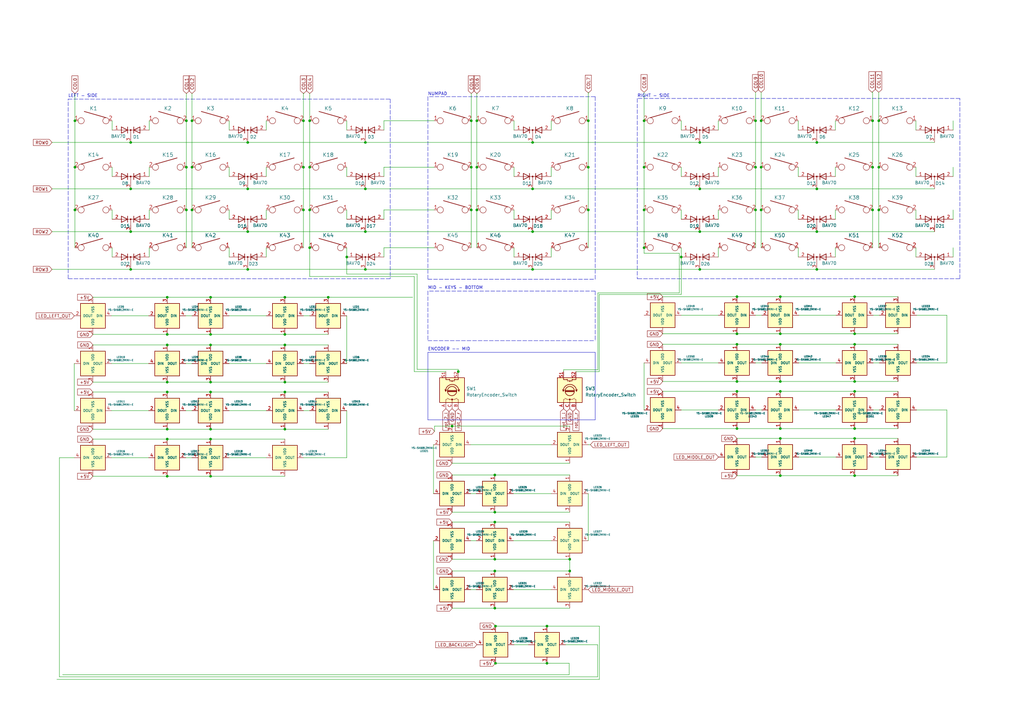
<source format=kicad_sch>
(kicad_sch (version 20230121) (generator eeschema)
  (paper "A3")
  (junction (at 350.52 136.906))
  (junction (at 124.46 68.58))
  (junction (at 312.166 68.58))
  (junction (at 241.3 68.58))
  (junction (at 218.44 77.47))
  (junction (at 116.84 176.022))
  (junction (at 202.946 214.122))
  (junction (at 224.3328 272.034))
  (junction (at 357.886 68.58))
  (junction (at 86.36 180.086))
  (junction (at 320.04 141.224))
  (junction (at 302.26 160.528))
  (junction (at 116.84 141.478))
  (junction (at 142.24 105.41))
  (junction (at 202.946 234.188))
  (junction (at 350.52 141.224))
  (junction (at 78.74 68.58))
  (junction (at 302.26 156.464))
  (junction (at 149.86 110.49))
  (junction (at 312.166 86.106))
  (junction (at 68.58 141.478))
  (junction (at 335.026 110.49))
  (junction (at 309.88 49.53))
  (junction (at 287.02 58.42))
  (junction (at 357.886 49.53))
  (junction (at 320.04 195.072))
  (junction (at 193.294 49.53))
  (junction (at 360.426 86.106))
  (junction (at 53.594 110.49))
  (junction (at 350.52 160.528))
  (junction (at 86.36 156.718))
  (junction (at 350.52 121.666))
  (junction (at 264.16 68.58))
  (junction (at 195.58 49.53))
  (junction (at 101.6 94.996))
  (junction (at 264.16 101.6))
  (junction (at 86.36 176.022))
  (junction (at 68.58 176.022))
  (junction (at 302.26 121.666))
  (junction (at 30.734 86.106))
  (junction (at 86.36 137.16))
  (junction (at 287.02 77.47))
  (junction (at 116.84 137.16))
  (junction (at 320.04 136.906))
  (junction (at 116.84 160.782))
  (junction (at 127 86.106))
  (junction (at 127 49.53))
  (junction (at 309.88 68.58))
  (junction (at 149.86 58.42))
  (junction (at 53.594 94.996))
  (junction (at 218.44 110.49))
  (junction (at 86.36 121.92))
  (junction (at 86.36 195.326))
  (junction (at 68.58 195.326))
  (junction (at 203.2254 256.794))
  (junction (at 350.52 175.768))
  (junction (at 312.166 49.53))
  (junction (at 335.026 58.42))
  (junction (at 241.3 49.53))
  (junction (at 320.04 175.768))
  (junction (at 187.96 152.4))
  (junction (at 78.74 49.53))
  (junction (at 68.58 156.718))
  (junction (at 127 101.6))
  (junction (at 30.734 49.53))
  (junction (at 149.86 77.47))
  (junction (at 86.36 141.478))
  (junction (at 149.86 94.996))
  (junction (at 335.026 77.47))
  (junction (at 309.88 86.106))
  (junction (at 357.886 86.106))
  (junction (at 202.946 210.058))
  (junction (at 241.3 86.106))
  (junction (at 302.26 175.768))
  (junction (at 320.04 179.832))
  (junction (at 264.16 86.106))
  (junction (at 53.594 77.47))
  (junction (at 202.946 194.818))
  (junction (at 320.04 160.528))
  (junction (at 101.6 110.49))
  (junction (at 76.454 68.58))
  (junction (at 127 68.58))
  (junction (at 360.426 68.58))
  (junction (at 68.58 137.16))
  (junction (at 279.4 105.41))
  (junction (at 287.02 94.996))
  (junction (at 224.3328 256.794))
  (junction (at 302.26 136.906))
  (junction (at 134.62 121.92))
  (junction (at 76.454 49.53))
  (junction (at 78.74 86.106))
  (junction (at 350.52 179.832))
  (junction (at 287.02 110.49))
  (junction (at 203.2254 272.034))
  (junction (at 360.426 49.53))
  (junction (at 350.52 195.072))
  (junction (at 53.594 58.42))
  (junction (at 320.04 121.666))
  (junction (at 233.68 234.188))
  (junction (at 124.46 49.53))
  (junction (at 302.26 141.224))
  (junction (at 193.294 86.106))
  (junction (at 116.84 121.92))
  (junction (at 320.04 156.464))
  (junction (at 101.6 58.42))
  (junction (at 68.58 180.086))
  (junction (at 264.16 49.53))
  (junction (at 68.58 121.92))
  (junction (at 101.6 77.47))
  (junction (at 202.946 229.362))
  (junction (at 124.46 86.106))
  (junction (at 86.36 160.782))
  (junction (at 218.44 94.996))
  (junction (at 116.84 156.718))
  (junction (at 68.58 160.782))
  (junction (at 195.58 86.106))
  (junction (at 335.026 94.996))
  (junction (at 218.44 58.42))
  (junction (at 193.294 68.58))
  (junction (at 185.42 174.752))
  (junction (at 30.734 68.58))
  (junction (at 76.454 86.106))
  (junction (at 202.946 249.428))
  (junction (at 195.58 68.58))
  (junction (at 233.68 229.362))
  (junction (at 350.52 156.464))
  (wire (pts (xy 142.24 112.395) (xy 142.24 105.41)))
  (wire (pts (xy 109.22 101.6) (xy 109.22 105.41)))
  (wire (pts (xy 302.26 156.464) (xy 320.04 156.464)))
  (polyline (pts (xy 393.7 114.3) (xy 393.7 40.386)) (stroke (width 0) (type dash)))
  (wire (pts (xy 271.78 160.528) (xy 302.26 160.528)))
  (wire (pts (xy 24.384 187.706) (xy 30.48 187.706)))
  (wire (pts (xy 76.2 149.098) (xy 78.74 149.098)))
  (wire (pts (xy 101.6 77.47) (xy 149.86 77.47)))
  (wire (pts (xy 109.22 86.106) (xy 109.22 89.916)))
  (wire (pts (xy 271.78 136.906) (xy 302.26 136.906)))
  (polyline (pts (xy 175.514 144.526) (xy 175.514 172.212)))
  (wire (pts (xy 320.04 175.768) (xy 350.52 175.768)))
  (wire (pts (xy 388.366 168.148) (xy 375.92 168.148)))
  (wire (pts (xy 312.166 49.53) (xy 312.166 68.58)))
  (wire (pts (xy 236.22 152.4) (xy 245.745 152.4)))
  (wire (pts (xy 226.06 49.53) (xy 226.06 53.34)))
  (wire (pts (xy 350.52 195.072) (xy 368.3 195.072)))
  (wire (pts (xy 38.1 180.086) (xy 68.58 180.086)))
  (wire (pts (xy 45.72 149.098) (xy 60.96 149.098)))
  (wire (pts (xy 45.72 187.706) (xy 60.96 187.706)))
  (wire (pts (xy 279.4 148.844) (xy 294.64 148.844)))
  (wire (pts (xy 109.22 68.58) (xy 109.22 72.39)))
  (wire (pts (xy 61.214 86.106) (xy 61.214 89.916)))
  (wire (pts (xy 127 68.58) (xy 127 86.106)))
  (wire (pts (xy 309.88 86.106) (xy 309.88 101.6)))
  (wire (pts (xy 157.48 49.53) (xy 157.48 53.34)))
  (wire (pts (xy 350.52 136.906) (xy 368.3 136.906)))
  (wire (pts (xy 124.46 101.6) (xy 124.46 86.106)))
  (wire (pts (xy 38.1 176.022) (xy 68.58 176.022)))
  (wire (pts (xy 375.92 187.452) (xy 388.366 187.452)))
  (wire (pts (xy 210.82 68.58) (xy 210.82 72.39)))
  (wire (pts (xy 390.906 101.6) (xy 390.906 105.41)))
  (wire (pts (xy 93.98 168.402) (xy 109.22 168.402)))
  (wire (pts (xy 68.58 156.718) (xy 86.36 156.718)))
  (wire (pts (xy 38.1 121.92) (xy 68.58 121.92)))
  (wire (pts (xy 68.58 176.022) (xy 86.36 176.022)))
  (polyline (pts (xy 175.514 39.624) (xy 175.514 114.554)) (stroke (width 0) (type dash)))
  (wire (pts (xy 327.66 148.844) (xy 342.9 148.844)))
  (wire (pts (xy 390.906 86.106) (xy 390.906 89.916)))
  (wire (pts (xy 327.406 68.58) (xy 327.406 72.39)))
  (wire (pts (xy 78.74 49.53) (xy 78.74 38.354)))
  (wire (pts (xy 357.886 49.53) (xy 357.886 37.846)))
  (wire (pts (xy 358.14 148.844) (xy 360.68 148.844)))
  (wire (pts (xy 193.04 182.372) (xy 226.06 182.372)))
  (wire (pts (xy 294.64 86.106) (xy 294.64 89.916)))
  (wire (pts (xy 93.98 68.58) (xy 93.98 72.39)))
  (wire (pts (xy 294.64 68.58) (xy 294.64 72.39)))
  (wire (pts (xy 193.04 241.808) (xy 195.326 241.808)))
  (wire (pts (xy 124.46 149.098) (xy 127 149.098)))
  (wire (pts (xy 320.04 121.666) (xy 350.52 121.666)))
  (wire (pts (xy 210.82 49.53) (xy 210.82 53.34)))
  (wire (pts (xy 177.8 221.742) (xy 177.8 241.808)))
  (wire (pts (xy 169.926 113.411) (xy 169.926 152.4)))
  (polyline (pts (xy 244.094 119.38) (xy 175.514 119.38)) (stroke (width 0) (type dash)))
  (wire (pts (xy 76.2 168.402) (xy 78.74 168.402)))
  (wire (pts (xy 358.14 187.452) (xy 360.68 187.452)))
  (wire (pts (xy 350.52 141.224) (xy 368.3 141.224)))
  (wire (pts (xy 53.594 77.47) (xy 101.6 77.47)))
  (wire (pts (xy 350.52 121.666) (xy 368.3 121.666)))
  (wire (pts (xy 86.36 137.16) (xy 116.84 137.16)))
  (wire (pts (xy 271.78 141.224) (xy 302.26 141.224)))
  (wire (pts (xy 375.666 101.6) (xy 375.666 105.41)))
  (wire (pts (xy 177.8 182.372) (xy 177.8 202.438)))
  (wire (pts (xy 278.638 103.886) (xy 264.16 103.886)))
  (wire (pts (xy 218.44 110.49) (xy 287.02 110.49)))
  (wire (pts (xy 45.72 168.402) (xy 60.96 168.402)))
  (wire (pts (xy 202.946 194.818) (xy 185.42 194.818)))
  (wire (pts (xy 202.946 229.362) (xy 233.68 229.362)))
  (wire (pts (xy 210.82 86.106) (xy 210.82 89.916)))
  (wire (pts (xy 390.906 49.53) (xy 390.906 53.34)))
  (wire (pts (xy 233.68 229.362) (xy 233.68 234.188)))
  (wire (pts (xy 185.42 234.188) (xy 202.946 234.188)))
  (wire (pts (xy 279.4 168.148) (xy 294.64 168.148)))
  (wire (pts (xy 185.42 249.428) (xy 202.946 249.428)))
  (wire (pts (xy 195.58 49.53) (xy 195.58 38.354)))
  (wire (pts (xy 193.294 68.58) (xy 193.294 86.106)))
  (wire (pts (xy 76.454 49.53) (xy 76.454 38.354)))
  (wire (pts (xy 93.98 49.53) (xy 93.98 53.34)))
  (wire (pts (xy 157.48 101.6) (xy 157.48 105.41)))
  (wire (pts (xy 142.24 101.6) (xy 142.24 105.41)))
  (wire (pts (xy 245.745 152.4) (xy 245.745 120.777)))
  (wire (pts (xy 116.84 121.92) (xy 134.62 121.92)))
  (wire (pts (xy 360.426 68.58) (xy 360.426 86.106)))
  (wire (pts (xy 218.44 58.42) (xy 287.02 58.42)))
  (wire (pts (xy 287.02 58.42) (xy 335.026 58.42)))
  (wire (pts (xy 327.406 49.53) (xy 327.406 53.34)))
  (wire (pts (xy 309.88 68.58) (xy 309.88 86.106)))
  (wire (pts (xy 124.46 49.53) (xy 124.46 38.354)))
  (wire (pts (xy 193.294 49.53) (xy 193.294 68.58)))
  (wire (pts (xy 312.166 37.846) (xy 312.166 49.53)))
  (wire (pts (xy 68.58 121.92) (xy 86.36 121.92)))
  (wire (pts (xy 157.48 86.106) (xy 157.48 89.916)))
  (wire (pts (xy 302.26 195.072) (xy 320.04 195.072)))
  (wire (pts (xy 202.946 249.428) (xy 233.68 249.428)))
  (wire (pts (xy 224.3328 272.034) (xy 233.426 272.034)))
  (wire (pts (xy 245.745 120.777) (xy 279.4 120.777)))
  (wire (pts (xy 226.06 86.106) (xy 226.06 89.916)))
  (wire (pts (xy 302.26 136.906) (xy 320.04 136.906)))
  (wire (pts (xy 210.8454 264.414) (xy 216.7128 264.414)))
  (wire (pts (xy 86.36 160.782) (xy 116.84 160.782)))
  (wire (pts (xy 302.26 175.768) (xy 320.04 175.768)))
  (polyline (pts (xy 175.514 144.526) (xy 244.094 144.526)))
  (wire (pts (xy 185.42 214.122) (xy 202.946 214.122)))
  (wire (pts (xy 187.96 151.511) (xy 171.069 151.511)))
  (wire (pts (xy 68.58 137.16) (xy 86.36 137.16)))
  (wire (pts (xy 375.666 86.106) (xy 375.666 89.916)))
  (wire (pts (xy 390.906 68.58) (xy 390.906 72.39)))
  (wire (pts (xy 271.78 156.464) (xy 302.26 156.464)))
  (wire (pts (xy 93.98 101.6) (xy 93.98 105.41)))
  (wire (pts (xy 309.88 187.452) (xy 312.42 187.452)))
  (wire (pts (xy 127 86.106) (xy 127 101.6)))
  (wire (pts (xy 53.594 110.49) (xy 101.6 110.49)))
  (wire (pts (xy 127 38.354) (xy 127 49.53)))
  (wire (pts (xy 287.02 110.49) (xy 335.026 110.49)))
  (polyline (pts (xy 261.366 114.3) (xy 261.62 114.3)))
  (wire (pts (xy 358.14 129.286) (xy 360.68 129.286)))
  (wire (pts (xy 357.886 68.58) (xy 357.886 49.53)))
  (wire (pts (xy 335.026 58.42) (xy 383.286 58.42)))
  (wire (pts (xy 264.16 68.58) (xy 264.16 86.106)))
  (wire (pts (xy 224.3328 256.794) (xy 245.8516 256.794)))
  (wire (pts (xy 101.6 110.49) (xy 149.86 110.49)))
  (wire (pts (xy 142.24 187.706) (xy 142.24 168.402)))
  (wire (pts (xy 335.026 77.47) (xy 383.286 77.47)))
  (wire (pts (xy 218.44 77.47) (xy 287.02 77.47)))
  (wire (pts (xy 210.82 101.6) (xy 210.82 105.41)))
  (wire (pts (xy 124.46 68.58) (xy 124.46 49.53)))
  (wire (pts (xy 142.24 68.58) (xy 142.24 72.39)))
  (wire (pts (xy 245.8516 256.794) (xy 245.8516 278.6614)))
  (wire (pts (xy 375.666 49.53) (xy 375.666 53.34)))
  (wire (pts (xy 30.734 68.58) (xy 30.734 86.106)))
  (wire (pts (xy 287.02 77.47) (xy 335.026 77.47)))
  (wire (pts (xy 264.16 49.53) (xy 264.16 68.58)))
  (polyline (pts (xy 175.514 114.554) (xy 244.094 114.554)) (stroke (width 0) (type dash)))
  (wire (pts (xy 226.06 101.6) (xy 226.06 105.41)))
  (wire (pts (xy 53.594 94.996) (xy 101.6 94.996)))
  (wire (pts (xy 195.58 86.106) (xy 195.58 68.58)))
  (wire (pts (xy 327.66 187.452) (xy 342.9 187.452)))
  (wire (pts (xy 45.974 86.106) (xy 45.974 89.916)))
  (wire (pts (xy 116.84 160.782) (xy 134.62 160.782)))
  (wire (pts (xy 279.4 105.41) (xy 279.4 120.777)))
  (wire (pts (xy 226.06 68.58) (xy 226.06 72.39)))
  (polyline (pts (xy 244.094 144.526) (xy 244.094 172.212)))
  (wire (pts (xy 149.86 94.996) (xy 218.44 94.996)))
  (wire (pts (xy 157.48 68.58) (xy 157.48 72.39)))
  (wire (pts (xy 68.58 160.782) (xy 86.36 160.782)))
  (wire (pts (xy 195.58 101.6) (xy 195.58 86.106)))
  (wire (pts (xy 245.237 151.638) (xy 245.237 120.142)))
  (wire (pts (xy 21.336 58.42) (xy 53.594 58.42)))
  (wire (pts (xy 279.4 68.58) (xy 279.4 72.39)))
  (wire (pts (xy 76.454 68.58) (xy 76.454 49.53)))
  (polyline (pts (xy 175.514 119.38) (xy 175.514 139.7)) (stroke (width 0) (type dash)))
  (wire (pts (xy 193.04 202.438) (xy 195.326 202.438)))
  (polyline (pts (xy 261.62 114.3) (xy 393.7 114.3)) (stroke (width 0) (type dash)))
  (wire (pts (xy 342.646 101.6) (xy 342.646 105.41)))
  (wire (pts (xy 203.2254 272.034) (xy 224.3328 272.034)))
  (wire (pts (xy 127 101.6) (xy 127 113.411)))
  (wire (pts (xy 157.48 101.6) (xy 178.054 101.6)))
  (wire (pts (xy 61.214 49.53) (xy 61.214 53.34)))
  (wire (pts (xy 320.04 141.224) (xy 350.52 141.224)))
  (wire (pts (xy 342.646 68.58) (xy 342.646 72.39)))
  (wire (pts (xy 302.26 121.666) (xy 320.04 121.666)))
  (wire (pts (xy 231.14 151.638) (xy 245.237 151.638)))
  (wire (pts (xy 202.946 210.058) (xy 233.68 210.058)))
  (wire (pts (xy 287.02 94.996) (xy 335.026 94.996)))
  (wire (pts (xy 24.384 277.622) (xy 24.384 187.706)))
  (wire (pts (xy 350.52 156.464) (xy 368.3 156.464)))
  (wire (pts (xy 187.96 152.4) (xy 187.96 152.527)))
  (wire (pts (xy 116.84 156.718) (xy 134.62 156.718)))
  (wire (pts (xy 312.166 86.106) (xy 312.166 101.6)))
  (wire (pts (xy 320.04 156.464) (xy 350.52 156.464)))
  (wire (pts (xy 76.2 187.706) (xy 78.74 187.706)))
  (wire (pts (xy 93.98 187.706) (xy 109.22 187.706)))
  (wire (pts (xy 157.48 86.106) (xy 178.054 86.106)))
  (wire (pts (xy 245.11 277.622) (xy 24.384 277.622)))
  (wire (pts (xy 185.42 189.992) (xy 233.68 189.992)))
  (wire (pts (xy 279.4 86.106) (xy 279.4 89.916)))
  (wire (pts (xy 157.48 68.58) (xy 178.054 68.58)))
  (wire (pts (xy 78.74 68.58) (xy 78.74 49.53)))
  (wire (pts (xy 241.3 38.1) (xy 241.554 38.1)))
  (wire (pts (xy 242.149 182.372) (xy 241.3 182.372)))
  (wire (pts (xy 171.069 151.511) (xy 171.069 112.395)))
  (polyline (pts (xy 244.094 39.624) (xy 244.094 114.554)) (stroke (width 0) (type dash)))
  (wire (pts (xy 245.8516 278.6614) (xy 23.325 278.6614)))
  (wire (pts (xy 116.84 176.022) (xy 134.62 176.022)))
  (wire (pts (xy 375.92 148.844) (xy 388.366 148.844)))
  (wire (pts (xy 309.88 49.53) (xy 309.88 68.58)))
  (wire (pts (xy 279.4 129.286) (xy 294.64 129.286)))
  (wire (pts (xy 68.58 180.086) (xy 86.36 180.086)))
  (wire (pts (xy 335.026 94.996) (xy 383.286 94.996)))
  (wire (pts (xy 86.36 180.086) (xy 116.84 180.086)))
  (wire (pts (xy 294.64 49.53) (xy 294.64 53.34)))
  (wire (pts (xy 178.2188 174.752) (xy 178.2188 176.8996)))
  (wire (pts (xy 171.069 112.395) (xy 142.24 112.395)))
  (wire (pts (xy 210.566 241.808) (xy 226.06 241.808)))
  (wire (pts (xy 78.74 86.106) (xy 78.74 68.58)))
  (wire (pts (xy 279.4 49.53) (xy 279.4 53.34)))
  (wire (pts (xy 185.42 210.058) (xy 202.946 210.058)))
  (wire (pts (xy 245.11 264.414) (xy 245.11 277.622)))
  (wire (pts (xy 245.237 120.142) (xy 278.638 120.142)))
  (wire (pts (xy 195.58 38.354) (xy 195.834 38.354)))
  (wire (pts (xy 86.36 156.718) (xy 116.84 156.718)))
  (wire (pts (xy 21.336 110.49) (xy 53.594 110.49)))
  (wire (pts (xy 388.366 148.844) (xy 388.366 129.286)))
  (wire (pts (xy 309.88 129.286) (xy 312.42 129.286)))
  (wire (pts (xy 202.946 234.188) (xy 233.68 234.188)))
  (wire (pts (xy 388.366 187.452) (xy 388.366 168.148)))
  (wire (pts (xy 312.166 68.58) (xy 312.166 86.106)))
  (wire (pts (xy 327.66 129.286) (xy 342.9 129.286)))
  (wire (pts (xy 45.974 49.53) (xy 45.974 53.34)))
  (wire (pts (xy 302.26 160.528) (xy 320.04 160.528)))
  (wire (pts (xy 320.04 179.832) (xy 350.52 179.832)))
  (polyline (pts (xy 160.02 114.3) (xy 27.94 114.3)) (stroke (width 0) (type dash)))
  (wire (pts (xy 193.04 221.742) (xy 195.326 221.742)))
  (wire (pts (xy 278.638 120.142) (xy 278.638 103.886)))
  (wire (pts (xy 178.2188 174.752) (xy 185.42 174.752)))
  (wire (pts (xy 76.454 86.106) (xy 76.454 68.58)))
  (wire (pts (xy 45.974 101.6) (xy 45.974 105.41)))
  (wire (pts (xy 357.886 86.106) (xy 357.886 68.58)))
  (wire (pts (xy 241.3 101.6) (xy 241.3 86.106)))
  (wire (pts (xy 127 113.411) (xy 169.926 113.411)))
  (polyline (pts (xy 160.02 40.64) (xy 160.02 114.3)) (stroke (width 0) (type dash)))
  (wire (pts (xy 53.594 58.42) (xy 101.6 58.42)))
  (wire (pts (xy 61.214 101.6) (xy 61.214 105.41)))
  (wire (pts (xy 38.1 137.16) (xy 68.58 137.16)))
  (wire (pts (xy 195.58 68.58) (xy 195.58 49.53)))
  (wire (pts (xy 241.3 86.106) (xy 241.3 68.58)))
  (wire (pts (xy 327.406 86.106) (xy 327.406 89.916)))
  (polyline (pts (xy 244.094 119.38) (xy 244.094 139.7)) (stroke (width 0) (type dash)))
  (wire (pts (xy 202.946 214.122) (xy 233.68 214.122)))
  (wire (pts (xy 169.926 152.4) (xy 182.88 152.4)))
  (wire (pts (xy 38.1 160.782) (xy 68.58 160.782)))
  (wire (pts (xy 86.36 195.326) (xy 116.84 195.326)))
  (wire (pts (xy 327.406 101.6) (xy 327.406 105.41)))
  (wire (pts (xy 149.86 110.49) (xy 218.44 110.49)))
  (wire (pts (xy 350.52 175.768) (xy 368.3 175.768)))
  (wire (pts (xy 360.426 49.53) (xy 360.426 68.58)))
  (wire (pts (xy 320.04 136.906) (xy 350.52 136.906)))
  (wire (pts (xy 124.46 38.354) (xy 124.714 38.354)))
  (wire (pts (xy 342.646 86.106) (xy 342.646 89.916)))
  (wire (pts (xy 218.44 94.996) (xy 287.02 94.996)))
  (wire (pts (xy 327.66 168.148) (xy 342.9 168.148)))
  (wire (pts (xy 76.2 129.54) (xy 78.74 129.54)))
  (wire (pts (xy 309.88 37.846) (xy 309.88 49.53)))
  (wire (pts (xy 231.9528 264.414) (xy 245.11 264.414)))
  (wire (pts (xy 357.886 101.6) (xy 357.886 86.106)))
  (wire (pts (xy 342.646 49.53) (xy 342.646 53.34)))
  (wire (pts (xy 142.24 129.54) (xy 142.24 149.098)))
  (wire (pts (xy 264.16 148.844) (xy 264.16 168.148)))
  (wire (pts (xy 233.426 272.034) (xy 233.426 276.7374)))
  (wire (pts (xy 124.46 168.402) (xy 127 168.402)))
  (wire (pts (xy 264.16 86.106) (xy 264.16 101.6)))
  (wire (pts (xy 210.566 221.742) (xy 226.06 221.742)))
  (wire (pts (xy 309.88 148.844) (xy 312.42 148.844)))
  (wire (pts (xy 38.1 195.326) (xy 68.58 195.326)))
  (wire (pts (xy 38.1 141.478) (xy 68.58 141.478)))
  (wire (pts (xy 86.36 141.478) (xy 116.84 141.478)))
  (wire (pts (xy 203.2 272.034) (xy 203.2254 272.034)))
  (wire (pts (xy 279.4 101.6) (xy 279.4 105.41)))
  (polyline (pts (xy 244.094 172.212) (xy 175.514 172.212)))
  (polyline (pts (xy 244.094 39.624) (xy 175.514 39.624)) (stroke (width 0) (type dash)))
  (wire (pts (xy 86.36 176.022) (xy 116.84 176.022)))
  (wire (pts (xy 30.734 49.53) (xy 30.734 68.58)))
  (wire (pts (xy 45.72 129.54) (xy 60.96 129.54)))
  (polyline (pts (xy 261.366 40.386) (xy 261.366 114.3)) (stroke (width 0) (type dash)))
  (polyline (pts (xy 27.94 114.3) (xy 27.94 40.64)) (stroke (width 0) (type dash)))
  (wire (pts (xy 149.86 77.47) (xy 218.44 77.47)))
  (wire (pts (xy 157.48 49.53) (xy 178.054 49.53)))
  (wire (pts (xy 101.6 94.996) (xy 149.86 94.996)))
  (wire (pts (xy 241.3 202.438) (xy 241.3 221.742)))
  (wire (pts (xy 109.22 49.53) (xy 109.22 53.34)))
  (wire (pts (xy 360.426 86.106) (xy 360.426 101.6)))
  (polyline (pts (xy 27.94 40.64) (xy 160.02 40.64)) (stroke (width 0) (type dash)))
  (wire (pts (xy 61.214 68.58) (xy 61.214 72.39)))
  (wire (pts (xy 335.026 110.49) (xy 383.286 110.49)))
  (wire (pts (xy 271.78 175.768) (xy 302.26 175.768)))
  (wire (pts (xy 21.336 77.47) (xy 53.594 77.47)))
  (wire (pts (xy 101.6 58.42) (xy 149.86 58.42)))
  (wire (pts (xy 76.454 101.6) (xy 76.454 86.106)))
  (wire (pts (xy 127 49.53) (xy 127 68.58)))
  (wire (pts (xy 93.98 149.098) (xy 109.22 149.098)))
  (wire (pts (xy 38.1 156.718) (xy 68.58 156.718)))
  (wire (pts (xy 185.42 229.362) (xy 202.946 229.362)))
  (wire (pts (xy 309.88 168.148) (xy 312.42 168.148)))
  (wire (pts (xy 193.294 38.354) (xy 193.294 49.53)))
  (wire (pts (xy 124.46 86.106) (xy 124.46 68.58)))
  (wire (pts (xy 116.84 137.16) (xy 134.62 137.16)))
  (wire (pts (xy 231.14 152.4) (xy 231.14 151.638)))
  (wire (pts (xy 360.426 37.846) (xy 360.426 49.53)))
  (wire (pts (xy 203.2 256.794) (xy 203.2254 256.794)))
  (wire (pts (xy 86.36 121.92) (xy 116.84 121.92)))
  (wire (pts (xy 142.24 49.53) (xy 142.24 53.34)))
  (wire (pts (xy 124.46 187.706) (xy 142.24 187.706)))
  (wire (pts (xy 30.48 149.098) (xy 30.48 168.402)))
  (wire (pts (xy 30.734 86.106) (xy 30.734 101.6)))
  (wire (pts (xy 203.2254 256.794) (xy 224.3328 256.794)))
  (wire (pts (xy 149.86 58.42) (xy 218.44 58.42)))
  (wire (pts (xy 320.04 160.528) (xy 350.52 160.528)))
  (wire (pts (xy 142.24 86.106) (xy 142.24 89.916)))
  (wire (pts (xy 93.98 86.106) (xy 93.98 89.916)))
  (polyline (pts (xy 175.514 139.7) (xy 244.094 139.7)) (stroke (width 0) (type dash)))
  (wire (pts (xy 78.74 101.6) (xy 78.74 86.106)))
  (wire (pts (xy 358.14 168.148) (xy 360.68 168.148)))
  (wire (pts (xy 241.3 68.58) (xy 241.3 49.53)))
  (wire (pts (xy 357.886 37.846) (xy 357.632 37.846)))
  (wire (pts (xy 187.96 151.511) (xy 187.96 152.4)))
  (wire (pts (xy 45.974 68.58) (xy 45.974 72.39)))
  (wire (pts (xy 241.3 49.53) (xy 241.3 38.1)))
  (wire (pts (xy 210.566 202.438) (xy 226.06 202.438)))
  (wire (pts (xy 388.366 129.286) (xy 375.92 129.286)))
  (wire (pts (xy 124.46 129.54) (xy 127 129.54)))
  (wire (pts (xy 21.336 94.996) (xy 53.594 94.996)))
  (wire (pts (xy 302.26 179.832) (xy 320.04 179.832)))
  (wire (pts (xy 185.42 174.752) (xy 233.68 174.752)))
  (wire (pts (xy 116.84 141.478) (xy 134.62 141.478)))
  (wire (pts (xy 233.426 276.7374) (xy 25.6542 276.7374)))
  (wire (pts (xy 93.98 129.54) (xy 109.22 129.54)))
  (wire (pts (xy 320.04 195.072) (xy 350.52 195.072)))
  (wire (pts (xy 350.52 160.528) (xy 368.3 160.528)))
  (wire (pts (xy 271.78 121.666) (xy 302.26 121.666)))
  (wire (pts (xy 294.64 101.6) (xy 294.64 105.41)))
  (wire (pts (xy 264.16 37.846) (xy 264.16 49.53)))
  (wire (pts (xy 193.294 86.106) (xy 193.294 101.6)))
  (polyline (pts (xy 393.7 40.386) (xy 261.366 40.386)) (stroke (width 0) (type dash)))
  (wire (pts (xy 202.946 194.818) (xy 233.68 194.818)))
  (wire (pts (xy 134.62 121.92) (xy 169.2664 121.92)))
  (wire (pts (xy 30.734 38.354) (xy 30.734 49.53)))
  (wire (pts (xy 264.16 103.886) (xy 264.16 101.6)))
  (wire (pts (xy 68.58 195.326) (xy 86.36 195.326)))
  (wire (pts (xy 302.26 141.224) (xy 320.04 141.224)))
  (wire (pts (xy 375.666 68.58) (xy 375.666 72.39)))
  (wire (pts (xy 68.58 141.478) (xy 86.36 141.478)))
  (wire (pts (xy 350.52 179.832) (xy 368.3 179.832)))
  (text "MID - KEYS - BOTTOM" (at 175.514 118.872 0) (effects (font (size 1.27 1.27)) (justify left bottom)))
  (text "LEFT - SIDE" (at 27.94 40.132 0) (effects (font (size 1.27 1.27)) (justify left bottom)))
  (text "ENCODER -- MID \n" (at 175.514 144.018 0) (effects (font (size 1.27 1.27)) (justify left bottom)))
  (text "NUMPAD" (at 175.514 39.37 0) (effects (font (size 1.27 1.27)) (justify left bottom)))
  (text "RIGHT - SIDE" (at 261.366 40.132 0) (effects (font (size 1.27 1.27)) (justify left bottom)))
  (global_label "GND" (shape input) (at 38.1 137.16 180) (property "Intersheetrefs" "${INTERSHEET_REFS}" (effects hide)))
  (global_label "+5V" (shape input) (at 38.1 156.718 180) (property "Intersheetrefs" "${INTERSHEET_REFS}" (effects hide)))
  (global_label "ROW0" (shape input) (at 21.336 58.42 180) (property "Intersheetrefs" "${INTERSHEET_REFS}" (effects hide)))
  (global_label "LED_MIDDLE_OUT" (shape input) (at 241.3 241.808 0) (property "Intersheetrefs" "${INTERSHEET_REFS}" (effects hide)))
  (global_label "+5V" (shape input) (at 178.2188 176.8996 180) (property "Intersheetrefs" "${INTERSHEET_REFS}" (effects hide)))
  (global_label "GND" (shape input) (at 38.1 176.022 180) (property "Intersheetrefs" "${INTERSHEET_REFS}" (effects hide)))
  (global_label "GND" (shape input) (at 185.5065 194.818 180) (property "Intersheetrefs" "${INTERSHEET_REFS}" (effects hide)))
  (global_label "GND" (shape input) (at 271.78 136.906 180) (property "Intersheetrefs" "${INTERSHEET_REFS}" (effects hide)))
  (global_label "GND" (shape input) (at 38.1254 141.478 180) (property "Intersheetrefs" "${INTERSHEET_REFS}" (effects hide)))
  (global_label "GND" (shape input) (at 271.8164 141.224 180) (property "Intersheetrefs" "${INTERSHEET_REFS}" (effects hide)))
  (global_label "ROW2" (shape input) (at 21.336 94.996 180) (property "Intersheetrefs" "${INTERSHEET_REFS}" (effects hide)))
  (global_label "rot_2_r" (shape input) (at 187.96 167.64 270) (property "Intersheetrefs" "${INTERSHEET_REFS}" (effects hide)))
  (global_label "+5V" (shape input) (at 185.42 214.122 180) (property "Intersheetrefs" "${INTERSHEET_REFS}" (effects hide)))
  (global_label "GND" (shape input) (at 185.42 229.362 180) (property "Intersheetrefs" "${INTERSHEET_REFS}" (effects hide)))
  (global_label "COL9" (shape input) (at 309.88 37.846 90) (property "Intersheetrefs" "${INTERSHEET_REFS}" (effects hide)))
  (global_label "COL2" (shape input) (at 78.74 38.354 90) (property "Intersheetrefs" "${INTERSHEET_REFS}" (effects hide)))
  (global_label "GND" (shape input) (at 203.2 256.794 180) (property "Intersheetrefs" "${INTERSHEET_REFS}" (effects hide)))
  (global_label "+5V" (shape input) (at 271.791 156.464 180) (property "Intersheetrefs" "${INTERSHEET_REFS}" (effects hide)))
  (global_label "+5V" (shape input) (at 271.78 160.528 180) (property "Intersheetrefs" "${INTERSHEET_REFS}" (effects hide)))
  (global_label "COL1" (shape input) (at 76.454 38.354 90) (property "Intersheetrefs" "${INTERSHEET_REFS}" (effects hide)))
  (global_label "COL6" (shape input) (at 195.58 38.354 90) (property "Intersheetrefs" "${INTERSHEET_REFS}" (effects hide)))
  (global_label "COL7" (shape input) (at 241.3 38.1 90) (property "Intersheetrefs" "${INTERSHEET_REFS}" (effects hide)))
  (global_label "LED_BACKLIGHT" (shape input) (at 195.6054 264.414 180) (property "Intersheetrefs" "${INTERSHEET_REFS}" (effects hide)))
  (global_label "rot_1_l" (shape input) (at 231.14 167.64 270) (property "Intersheetrefs" "${INTERSHEET_REFS}" (effects hide)))
  (global_label "+5V" (shape input) (at 203.2 272.034 180) (property "Intersheetrefs" "${INTERSHEET_REFS}" (effects hide)))
  (global_label "GND" (shape input) (at 38.1254 180.086 180) (property "Intersheetrefs" "${INTERSHEET_REFS}" (effects hide)))
  (global_label "GND" (shape input) (at 185.42 189.992 180) (property "Intersheetrefs" "${INTERSHEET_REFS}" (effects hide)))
  (global_label "ROW3" (shape input) (at 21.336 110.49 180) (property "Intersheetrefs" "${INTERSHEET_REFS}" (effects hide)))
  (global_label "+5V" (shape input) (at 38.1 195.326 180) (property "Intersheetrefs" "${INTERSHEET_REFS}" (effects hide)))
  (global_label "GND" (shape input) (at 185.5425 234.188 180) (property "Intersheetrefs" "${INTERSHEET_REFS}" (effects hide)))
  (global_label "rot_2_l" (shape input) (at 182.88 167.64 270) (property "Intersheetrefs" "${INTERSHEET_REFS}" (effects hide)))
  (global_label "LED_LEFT_OUT" (shape input) (at 242.149 182.372 0) (property "Intersheetrefs" "${INTERSHEET_REFS}" (effects hide)))
  (global_label "COL10" (shape input) (at 312.166 37.846 90) (property "Intersheetrefs" "${INTERSHEET_REFS}" (effects hide)))
  (global_label "LED_LEFT_OUT" (shape input) (at 30.48 129.54 180) (property "Intersheetrefs" "${INTERSHEET_REFS}" (effects hide)))
  (global_label "GND" (shape input) (at 271.78 175.768 180) (property "Intersheetrefs" "${INTERSHEET_REFS}" (effects hide)))
  (global_label "LED_MIDDLE_OUT" (shape input) (at 294.64 187.452 180) (property "Intersheetrefs" "${INTERSHEET_REFS}" (effects hide)))
  (global_label "COL5" (shape input) (at 193.294 38.354 90) (property "Intersheetrefs" "${INTERSHEET_REFS}" (effects hide)))
  (global_label "COL0" (shape input) (at 30.734 38.354 90) (property "Intersheetrefs" "${INTERSHEET_REFS}" (effects hide)))
  (global_label "+5V" (shape input) (at 302.26 195.072 180) (property "Intersheetrefs" "${INTERSHEET_REFS}" (effects hide)))
  (global_label "COL12" (shape input) (at 360.426 37.846 90) (property "Intersheetrefs" "${INTERSHEET_REFS}" (effects hide)))
  (global_label "COL8" (shape input) (at 264.16 37.846 90) (property "Intersheetrefs" "${INTERSHEET_REFS}" (effects hide)))
  (global_label "rot_1_r" (shape input) (at 236.22 167.64 270) (property "Intersheetrefs" "${INTERSHEET_REFS}" (effects hide)))
  (global_label "COL3" (shape input) (at 124.46 38.354 90) (property "Intersheetrefs" "${INTERSHEET_REFS}" (effects hide)))
  (global_label "GND" (shape input) (at 233.68 167.64 270) (property "Intersheetrefs" "${INTERSHEET_REFS}" (effects hide)))
  (global_label "+5V" (shape input) (at 271.78 121.666 180) (property "Intersheetrefs" "${INTERSHEET_REFS}" (effects hide)))
  (global_label "COL11" (shape input) (at 357.632 37.846 90) (property "Intersheetrefs" "${INTERSHEET_REFS}" (effects hide)))
  (global_label "COL4" (shape input) (at 127 38.354 90) (property "Intersheetrefs" "${INTERSHEET_REFS}" (effects hide)))
  (global_label "ROW1" (shape input) (at 21.336 77.47 180) (property "Intersheetrefs" "${INTERSHEET_REFS}" (effects hide)))
  (global_label "+5V" (shape input) (at 38.1 160.782 180) (property "Intersheetrefs" "${INTERSHEET_REFS}" (effects hide)))
  (global_label "GND" (shape input) (at 185.42 167.64 270) (property "Intersheetrefs" "${INTERSHEET_REFS}" (effects hide)))
  (global_label "+5V" (shape input) (at 38.1 121.92 180) (property "Intersheetrefs" "${INTERSHEET_REFS}" (effects hide)))
  (global_label "+5V" (shape input) (at 185.5171 249.428 180) (property "Intersheetrefs" "${INTERSHEET_REFS}" (effects hide)))
  (global_label "+5V" (shape input) (at 185.4811 210.058 180) (property "Intersheetrefs" "${INTERSHEET_REFS}" (effects hide)))
  (global_label "GND" (shape input) (at 302.26 179.832 180) (property "Intersheetrefs" "${INTERSHEET_REFS}" (effects hide)))
  (symbol (lib_id "cipulot_parts:YS-SK6812MINI-E") (at 302.26 187.452 0) (unit 1)
    (property "Reference" "LED52" (at 313.69 184.8232 0) (effects (font (size 0.7366 0.7366))))
    (property "Value" "YS-SK6812MINI-E" (at 313.69 186.0932 0) (effects (font (size 0.7366 0.7366))))
    (property "Footprint" "marbastlib-mx:LED_MX_6028R" (effects hide))
  )
  (symbol (lib_id "cipulot_parts:YS-SK6812MINI-E") (at 86.36 129.54 180) (unit 1)
    (property "Reference" "LED3" (at 97.79 125.8188 0) (effects (font (size 0.7366 0.7366))))
    (property "Value" "YS-SK6812MINI-E" (at 97.79 127.0888 0) (effects (font (size 0.7366 0.7366))))
    (property "Footprint" "marbastlib-mx:LED_MX_6028R" (effects hide))
  )
  (symbol (lib_id "cipulot_parts:YS-SK6812MINI-E") (at 203.2254 264.414 0) (unit 1)
    (property "Reference" "LED36" (at 214.6554 261.7852 0) (effects (font (size 0.7366 0.7366))))
    (property "Value" "YS-SK6812MINI-E" (at 214.6554 263.0552 0) (effects (font (size 0.7366 0.7366))))
    (property "Footprint" "marbastlib-mx:LED_MX_6028R" (effects hide))
  )
  (symbol (lib_id "cipulot_parts:YS-SK6812MINI-E") (at 271.78 168.148 180) (unit 1)
    (property "Reference" "LED35" (at 260.35 170.7768 0) (effects (font (size 0.7366 0.7366))))
    (property "Value" "YS-SK6812MINI-E" (at 260.35 169.5068 0) (effects (font (size 0.7366 0.7366))))
    (property "Footprint" "marbastlib-mx:LED_MX_6028R" (effects hide))
  )
  (symbol (lib_id "keyboard_parts:KEYSW") (at 86.36 101.6 0) (unit 1)
    (property "Reference" "K42" (at 86.36 96.52 0) (effects (font (size 1.524 1.524))))
    (property "Value" "KEYSW" (effects hide))
    (property "Footprint" "marbastlib-mx:SW_MX_HS_1u_NOREF" (effects hide))
  )
  (symbol (lib_id "keyboard_parts:KEYSW") (at 271.78 49.53 0) (unit 1)
    (property "Reference" "K9" (at 271.78 44.45 0) (effects (font (size 1.524 1.524))))
    (property "Value" "KEYSW" (effects hide))
    (property "Footprint" "marbastlib-mx:SW_MX_HS_1u_NOREF" (effects hide))
  )
  (symbol (lib_id "cipulot_parts:YS-SK6812MINI-E") (at 233.68 221.742 180) (unit 1)
    (property "Reference" "LED27" (at 245.11 218.0208 0) (effects (font (size 0.7366 0.7366))))
    (property "Value" "YS-SK6812MINI-E" (at 245.11 219.2908 0) (effects (font (size 0.7366 0.7366))))
    (property "Footprint" "marbastlib-mx:LED_MX_6028R" (effects hide))
  )
  (symbol (lib_id "cipulot_parts:YS-SK6812MINI-E") (at 38.1 149.098 0) (unit 1)
    (property "Reference" "LED10" (at 49.53 146.4692 0) (effects (font (size 0.7366 0.7366))))
    (property "Value" "YS-SK6812MINI-E" (at 49.53 147.7392 0) (effects (font (size 0.7366 0.7366))))
    (property "Footprint" "marbastlib-mx:LED_MX_6028R" (effects hide))
  )
  (symbol (lib_id "Diode:BAV70") (at 335.026 105.41 0) (mirror y) (unit 1)
    (property "Reference" "D27" (at 332.74 108.204 0))
    (property "Value" "BAV70" (at 340.106 107.95 0))
    (property "Footprint" "Package_TO_SOT_SMD:SOT-23" (effects hide))
    (property "Datasheet" "https://assets.nexperia.com/documents/data-sheet/BAV70_SER.pdf" (effects hide))
  )
  (symbol (lib_id "keyboard_parts:KEYSW") (at 116.84 86.106 0) (unit 1)
    (property "Reference" "K30" (at 116.84 81.026 0) (effects (font (size 1.524 1.524))))
    (property "Value" "KEYSW" (effects hide))
    (property "Footprint" "marbastlib-mx:SW_MX_HS_1u_NOREF" (effects hide))
  )
  (symbol (lib_id "keyboard_parts:KEYSW") (at 86.36 49.53 0) (mirror y) (unit 1)
    (property "Reference" "K3" (at 86.36 44.45 0) (effects (font (size 1.524 1.524))))
    (property "Value" "KEYSW" (effects hide))
    (property "Footprint" "marbastlib-mx:SW_MX_HS_1u_NOREF" (effects hide))
  )
  (symbol (lib_id "cipulot_parts:YS-SK6812MINI-E") (at 320.04 129.286 180) (unit 1)
    (property "Reference" "LED41" (at 331.47 125.5648 0) (effects (font (size 0.7366 0.7366))))
    (property "Value" "YS-SK6812MINI-E" (at 331.47 126.8348 0) (effects (font (size 0.7366 0.7366))))
    (property "Footprint" "marbastlib-mx:LED_MX_6028R" (effects hide))
  )
  (symbol (lib_id "cipulot_parts:YS-SK6812MINI-E") (at 233.68 202.438 0) (unit 1)
    (property "Reference" "LED26" (at 245.11 199.8092 0) (effects (font (size 0.7366 0.7366))))
    (property "Value" "YS-SK6812MINI-E" (at 245.11 201.0792 0) (effects (font (size 0.7366 0.7366))))
    (property "Footprint" "marbastlib-mx:LED_MX_6028R" (effects hide))
  )
  (symbol (lib_id "keyboard_parts:KEYSW") (at 368.046 68.58 0) (mirror y) (unit 1)
    (property "Reference" "K26" (at 368.046 63.5 0) (effects (font (size 1.524 1.524))))
    (property "Value" "KEYSW" (effects hide))
    (property "Footprint" "marbastlib-mx:SW_MX_HS_1u_NOREF" (effects hide))
  )
  (symbol (lib_id "Diode:BAV70") (at 287.02 53.34 0) (unit 1)
    (property "Reference" "D5" (at 289.306 56.134 0))
    (property "Value" "BAV70" (at 281.94 55.88 0))
    (property "Footprint" "Package_TO_SOT_SMD:SOT-23" (effects hide))
    (property "Datasheet" "https://assets.nexperia.com/documents/data-sheet/BAV70_SER.pdf" (effects hide))
  )
  (symbol (lib_id "Diode:BAV70") (at 287.02 72.39 0) (mirror y) (unit 1)
    (property "Reference" "D12" (at 284.734 75.184 0))
    (property "Value" "BAV70" (at 292.1 74.93 0))
    (property "Footprint" "Package_TO_SOT_SMD:SOT-23" (effects hide))
    (property "Datasheet" "https://assets.nexperia.com/documents/data-sheet/BAV70_SER.pdf" (effects hide))
  )
  (symbol (lib_id "keyboard_parts:KEYSW") (at 302.26 101.6 0) (mirror y) (unit 1)
    (property "Reference" "K49" (at 302.26 96.52 0) (effects (font (size 1.524 1.524))))
    (property "Value" "KEYSW" (effects hide))
    (property "Footprint" "marbastlib-mx:SW_MX_HS_1u_NOREF" (effects hide))
  )
  (symbol (lib_id "cipulot_parts:YS-SK6812MINI-E") (at 368.3 187.452 0) (unit 1)
    (property "Reference" "LED40" (at 379.73 184.8232 0) (effects (font (size 0.7366 0.7366))))
    (property "Value" "YS-SK6812MINI-E" (at 379.73 186.0932 0) (effects (font (size 0.7366 0.7366))))
    (property "Footprint" "marbastlib-mx:LED_MX_6028R" (effects hide))
  )
  (symbol (lib_id "Diode:BAV70") (at 53.594 105.41 0) (mirror y) (unit 1)
    (property "Reference" "D22" (at 51.308 108.204 0))
    (property "Value" "BAV70" (at 58.674 107.95 0))
    (property "Footprint" "Package_TO_SOT_SMD:SOT-23" (effects hide))
    (property "Datasheet" "https://assets.nexperia.com/documents/data-sheet/BAV70_SER.pdf" (effects hide))
  )
  (symbol (lib_id "keyboard_parts:KEYSW") (at 68.834 86.106 0) (unit 1)
    (property "Reference" "K28" (at 68.834 81.026 0) (effects (font (size 1.524 1.524))))
    (property "Value" "KEYSW" (effects hide))
    (property "Footprint" "marbastlib-mx:SW_MX_HS_1u_NOREF" (effects hide))
  )
  (symbol (lib_id "cipulot_parts:YS-SK6812MINI-E") (at 202.946 241.808 0) (unit 1)
    (property "Reference" "LED31" (at 214.376 239.1792 0) (effects (font (size 0.7366 0.7366))))
    (property "Value" "YS-SK6812MINI-E" (at 214.376 240.4492 0) (effects (font (size 0.7366 0.7366))))
    (property "Footprint" "marbastlib-mx:LED_MX_6028R" (effects hide))
  )
  (symbol (lib_id "keyboard_parts:KEYSW") (at 116.84 49.53 0) (mirror y) (unit 1)
    (property "Reference" "K4" (at 116.84 44.45 0) (effects (font (size 1.524 1.524))))
    (property "Value" "KEYSW" (effects hide))
    (property "Footprint" "marbastlib-mx:SW_MX_HS_1u_NOREF" (effects hide))
  )
  (symbol (lib_id "keyboard_parts:KEYSW") (at 134.62 86.106 0) (unit 1)
    (property "Reference" "K31" (at 134.62 81.026 0) (effects (font (size 1.524 1.524))))
    (property "Value" "KEYSW" (effects hide))
    (property "Footprint" "marbastlib-mx:SW_MX_HS_1u_NOREF" (effects hide))
  )
  (symbol (lib_id "keyboard_parts:KEYSW") (at 38.354 86.106 0) (unit 1)
    (property "Reference" "K27" (at 38.354 81.026 0) (effects (font (size 1.524 1.524))))
    (property "Value" "KEYSW" (effects hide))
    (property "Footprint" "marbastlib-mx:SW_MX_HS_1u_NOREF" (effects hide))
  )
  (symbol (lib_id "keyboard_parts:KEYSW") (at 302.26 68.58 0) (mirror y) (unit 1)
    (property "Reference" "K23" (at 302.26 63.5 0) (effects (font (size 1.524 1.524))))
    (property "Value" "KEYSW" (effects hide))
    (property "Footprint" "marbastlib-mx:SW_MX_HS_1u_NOREF" (effects hide))
  )
  (symbol (lib_id "Diode:BAV70") (at 218.44 105.41 0) (unit 1)
    (property "Reference" "D25" (at 220.726 108.204 0))
    (property "Value" "BAV70" (at 213.36 107.95 0))
    (property "Footprint" "Package_TO_SOT_SMD:SOT-23" (effects hide))
    (property "Datasheet" "https://assets.nexperia.com/documents/data-sheet/BAV70_SER.pdf" (effects hide))
  )
  (symbol (lib_id "Diode:BAV70") (at 101.6 89.916 0) (mirror y) (unit 1)
    (property "Reference" "D16" (at 99.314 92.71 0))
    (property "Value" "BAV70" (at 106.68 92.456 0))
    (property "Footprint" "Package_TO_SOT_SMD:SOT-23" (effects hide))
    (property "Datasheet" "https://assets.nexperia.com/documents/data-sheet/BAV70_SER.pdf" (effects hide))
  )
  (symbol (lib_id "cipulot_parts:YS-SK6812MINI-E") (at 68.58 168.402 180) (unit 1)
    (property "Reference" "LED12" (at 80.01 164.6808 0) (effects (font (size 0.7366 0.7366))))
    (property "Value" "YS-SK6812MINI-E" (at 80.01 165.9508 0) (effects (font (size 0.7366 0.7366))))
    (property "Footprint" "marbastlib-mx:LED_MX_6028R" (effects hide))
  )
  (symbol (lib_id "Diode:BAV70") (at 383.286 53.34 0) (mirror y) (unit 1)
    (property "Reference" "D7" (at 381 56.134 0))
    (property "Value" "BAV70" (at 388.366 55.88 0))
    (property "Footprint" "Package_TO_SOT_SMD:SOT-23" (effects hide))
    (property "Datasheet" "https://assets.nexperia.com/documents/data-sheet/BAV70_SER.pdf" (effects hide))
  )
  (symbol (lib_id "keyboard_parts:KEYSW") (at 350.266 68.58 0) (mirror y) (unit 1)
    (property "Reference" "K25" (at 350.266 63.5 0) (effects (font (size 1.524 1.524))))
    (property "Value" "KEYSW" (effects hide))
    (property "Footprint" "marbastlib-mx:SW_MX_HS_1u_NOREF" (effects hide))
  )
  (symbol (lib_id "cipulot_parts:YS-SK6812MINI-E") (at 271.78 148.844 0) (unit 1)
    (property "Reference" "LED50" (at 283.21 146.2152 0) (effects (font (size 0.7366 0.7366))))
    (property "Value" "YS-SK6812MINI-E" (at 283.21 147.4852 0) (effects (font (size 0.7366 0.7366))))
    (property "Footprint" "marbastlib-mx:LED_MX_6028R" (effects hide))
  )
  (symbol (lib_id "keyboard_parts:KEYSW") (at 319.786 101.6 0) (mirror y) (unit 1)
    (property "Reference" "K50" (at 319.786 96.52 0) (effects (font (size 1.524 1.524))))
    (property "Value" "KEYSW" (effects hide))
    (property "Footprint" "marbastlib-mx:SW_MX_HS_1u_NOREF" (effects hide))
  )
  (symbol (lib_id "keyboard_parts:KEYSW") (at 233.68 68.58 0) (unit 1)
    (property "Reference" "K21" (at 233.68 63.5 0) (effects (font (size 1.524 1.524))))
    (property "Value" "KEYSW" (effects hide))
    (property "Footprint" "marbastlib-mx:SW_MX_HS_1u_NOREF" (effects hide))
  )
  (symbol (lib_id "cipulot_parts:YS-SK6812MINI-E") (at 350.52 148.844 0) (unit 1)
    (property "Reference" "LED38" (at 361.95 146.2152 0) (effects (font (size 0.7366 0.7366))))
    (property "Value" "YS-SK6812MINI-E" (at 361.95 147.4852 0) (effects (font (size 0.7366 0.7366))))
    (property "Footprint" "marbastlib-mx:LED_MX_6028R" (effects hide))
  )
  (symbol (lib_id "keyboard_parts:KEYSW") (at 134.62 68.58 0) (unit 1)
    (property "Reference" "K18" (at 134.62 63.5 0) (effects (font (size 1.524 1.524))))
    (property "Value" "KEYSW" (effects hide))
    (property "Footprint" "marbastlib-mx:SW_MX_HS_1u_NOREF" (effects hide))
  )
  (symbol (lib_id "cipulot_parts:YS-SK6812MINI-E") (at 202.946 202.438 0) (unit 1)
    (property "Reference" "LED25" (at 214.376 199.8092 0) (effects (font (size 0.7366 0.7366))))
    (property "Value" "YS-SK6812MINI-E" (at 214.376 201.0792 0) (effects (font (size 0.7366 0.7366))))
    (property "Footprint" "marbastlib-mx:LED_MX_6028R" (effects hide))
  )
  (symbol (lib_id "Diode:BAV70") (at 335.026 72.39 0) (mirror y) (unit 1)
    (property "Reference" "D13" (at 332.74 75.184 0))
    (property "Value" "BAV70" (at 340.106 74.93 0))
    (property "Footprint" "Package_TO_SOT_SMD:SOT-23" (effects hide))
    (property "Datasheet" "https://assets.nexperia.com/documents/data-sheet/BAV70_SER.pdf" (effects hide))
  )
  (symbol (lib_id "keyboard_parts:KEYSW") (at 116.84 101.6 0) (unit 1)
    (property "Reference" "K43" (at 116.84 96.52 0) (effects (font (size 1.524 1.524))))
    (property "Value" "KEYSW" (effects hide))
    (property "Footprint" "marbastlib-mx:SW_MX_HS_1u_NOREF" (effects hide))
  )
  (symbol (lib_id "keyboard_parts:KEYSW") (at 185.674 101.6 0) (mirror y) (unit 1)
    (property "Reference" "K45" (at 185.674 96.52 0) (effects (font (size 1.524 1.524))))
    (property "Value" "KEYSW" (effects hide))
    (property "Footprint" "marbastlib-mx:SW_MX_HS_1u_NOREF" (effects hide))
  )
  (symbol (lib_id "keyboard_parts:KEYSW") (at 233.68 86.106 0) (unit 1)
    (property "Reference" "K34" (at 233.68 81.026 0) (effects (font (size 1.524 1.524))))
    (property "Value" "KEYSW" (effects hide))
    (property "Footprint" "marbastlib-mx:SW_MX_HS_1u_NOREF" (effects hide))
  )
  (symbol (lib_id "cipulot_parts:YS-SK6812MINI-E") (at 224.3328 264.414 0) (unit 1)
    (property "Reference" "LED20" (at 235.7628 261.7852 0) (effects (font (size 0.7366 0.7366))))
    (property "Value" "YS-SK6812MINI-E" (at 235.7628 263.0552 0) (effects (font (size 0.7366 0.7366))))
    (property "Footprint" "marbastlib-mx:LED_MX_6028R" (effects hide))
  )
  (symbol (lib_id "cipulot_parts:YS-SK6812MINI-E") (at 116.84 129.54 180) (unit 1)
    (property "Reference" "LED2" (at 128.27 125.8188 0) (effects (font (size 0.7366 0.7366))))
    (property "Value" "YS-SK6812MINI-E" (at 128.27 127.0888 0) (effects (font (size 0.7366 0.7366))))
    (property "Footprint" "marbastlib-mx:LED_MX_6028R" (effects hide))
  )
  (symbol (lib_id "cipulot_parts:YS-SK6812MINI-E") (at 86.36 168.402 180) (unit 1)
    (property "Reference" "LED13" (at 97.79 164.6808 0) (effects (font (size 0.7366 0.7366))))
    (property "Value" "YS-SK6812MINI-E" (at 97.79 165.9508 0) (effects (font (size 0.7366 0.7366))))
    (property "Footprint" "marbastlib-mx:LED_MX_6028R" (effects hide))
  )
  (symbol (lib_id "keyboard_parts:KEYSW") (at 185.674 86.106 0) (mirror y) (unit 1)
    (property "Reference" "K32" (at 185.674 81.026 0) (effects (font (size 1.524 1.524))))
    (property "Value" "KEYSW" (effects hide))
    (property "Footprint" "marbastlib-mx:SW_MX_HS_1u_NOREF" (effects hide))
  )
  (symbol (lib_id "keyboard_parts:KEYSW") (at 319.786 49.53 0) (unit 1)
    (property "Reference" "K11" (at 319.786 44.45 0) (effects (font (size 1.524 1.524))))
    (property "Value" "KEYSW" (effects hide))
    (property "Footprint" "marbastlib-mx:SW_MX_HS_1u_NOREF" (effects hide))
  )
  (symbol (lib_id "Diode:BAV70") (at 53.594 53.34 0) (unit 1)
    (property "Reference" "D1" (at 55.88 56.134 0))
    (property "Value" "BAV70" (at 48.514 55.88 0))
    (property "Footprint" "Package_TO_SOT_SMD:SOT-23" (effects hide))
    (property "Datasheet" "https://assets.nexperia.com/documents/data-sheet/BAV70_SER.pdf" (effects hide))
  )
  (symbol (lib_id "keyboard_parts:KEYSW") (at 203.2 101.6 0) (mirror y) (unit 1)
    (property "Reference" "K46" (at 203.2 96.52 0) (effects (font (size 1.524 1.524))))
    (property "Value" "KEYSW" (effects hide))
    (property "Footprint" "marbastlib-mx:SW_MX_HS_1u_NOREF" (effects hide))
  )
  (symbol (lib_id "cipulot_parts:YS-SK6812MINI-E") (at 86.36 149.098 0) (unit 1)
    (property "Reference" "LED8" (at 97.79 146.4692 0) (effects (font (size 0.7366 0.7366))))
    (property "Value" "YS-SK6812MINI-E" (at 97.79 147.7392 0) (effects (font (size 0.7366 0.7366))))
    (property "Footprint" "marbastlib-mx:LED_MX_6028R" (effects hide))
  )
  (symbol (lib_id "cipulot_parts:YS-SK6812MINI-E") (at 302.26 129.286 180) (unit 1)
    (property "Reference" "LED45" (at 313.69 125.5648 0) (effects (font (size 0.7366 0.7366))))
    (property "Value" "YS-SK6812MINI-E" (at 313.69 126.8348 0) (effects (font (size 0.7366 0.7366))))
    (property "Footprint" "marbastlib-mx:LED_MX_6028R" (effects hide))
  )
  (symbol (lib_id "cipulot_parts:YS-SK6812MINI-E") (at 86.36 187.706 0) (unit 1)
    (property "Reference" "LED18" (at 97.79 185.0772 0) (effects (font (size 0.7366 0.7366))))
    (property "Value" "YS-SK6812MINI-E" (at 97.79 186.3472 0) (effects (font (size 0.7366 0.7366))))
    (property "Footprint" "marbastlib-mx:LED_MX_6028R" (effects hide))
  )
  (symbol (lib_id "cipulot_parts:YS-SK6812MINI-E") (at 134.62 168.402 180) (unit 1)
    (property "Reference" "LED15" (at 146.05 164.6808 0) (effects (font (size 0.7366 0.7366))))
    (property "Value" "YS-SK6812MINI-E" (at 146.05 165.9508 0) (effects (font (size 0.7366 0.7366))))
    (property "Footprint" "marbastlib-mx:LED_MX_6028R" (effects hide))
  )
  (symbol (lib_id "cipulot_parts:YS-SK6812MINI-E") (at 38.1 168.402 180) (unit 1)
    (property "Reference" "LED11" (at 49.53 164.6808 0) (effects (font (size 0.7366 0.7366))))
    (property "Value" "YS-SK6812MINI-E" (at 49.53 165.9508 0) (effects (font (size 0.7366 0.7366))))
    (property "Footprint" "marbastlib-mx:LED_MX_6028R" (effects hide))
  )
  (symbol (lib_id "keyboard_parts:KEYSW") (at 302.26 86.106 0) (mirror y) (unit 1)
    (property "Reference" "K36" (at 302.26 81.026 0) (effects (font (size 1.524 1.524))))
    (property "Value" "KEYSW" (effects hide))
    (property "Footprint" "marbastlib-mx:SW_MX_HS_1u_NOREF" (effects hide))
  )
  (symbol (lib_id "cipulot_parts:YS-SK6812MINI-E") (at 116.84 187.706 0) (unit 1)
    (property "Reference" "LED19" (at 128.27 185.0772 0) (effects (font (size 0.7366 0.7366))))
    (property "Value" "YS-SK6812MINI-E" (at 128.27 186.3472 0) (effects (font (size 0.7366 0.7366))))
    (property "Footprint" "marbastlib-mx:LED_MX_6028R" (effects hide))
  )
  (symbol (lib_id "cipulot_parts:YS-SK6812MINI-E") (at 350.52 187.452 0) (unit 1)
    (property "Reference" "LED44" (at 361.95 184.8232 0) (effects (font (size 0.7366 0.7366))))
    (property "Value" "YS-SK6812MINI-E" (at 361.95 186.0932 0) (effects (font (size 0.7366 0.7366))))
    (property "Footprint" "marbastlib-mx:LED_MX_6028R" (effects hide))
  )
  (symbol (lib_id "keyboard_parts:KEYSW") (at 350.266 49.53 0) (unit 1)
    (property "Reference" "K12" (at 350.266 44.45 0) (effects (font (size 1.524 1.524))))
    (property "Value" "KEYSW" (effects hide))
    (property "Footprint" "marbastlib-mx:SW_MX_HS_1u_NOREF" (effects hide))
  )
  (symbol (lib_id "keyboard_parts:KEYSW") (at 116.84 68.58 0) (unit 1)
    (property "Reference" "K17" (at 116.84 63.5 0) (effects (font (size 1.524 1.524))))
    (property "Value" "KEYSW" (effects hide))
    (property "Footprint" "marbastlib-mx:SW_MX_HS_1u_NOREF" (effects hide))
  )
  (symbol (lib_id "Diode:BAV70") (at 218.44 53.34 0) (unit 1)
    (property "Reference" "D4" (at 220.726 56.134 0))
    (property "Value" "BAV70" (at 213.36 55.88 0))
    (property "Footprint" "Package_TO_SOT_SMD:SOT-23" (effects hide))
    (property "Datasheet" "https://assets.nexperia.com/documents/data-sheet/BAV70_SER.pdf" (effects hide))
  )
  (symbol (lib_id "Diode:BAV70") (at 218.44 72.39 0) (mirror y) (unit 1)
    (property "Reference" "D11" (at 216.154 75.184 0))
    (property "Value" "BAV70" (at 223.52 74.93 0))
    (property "Footprint" "Package_TO_SOT_SMD:SOT-23" (effects hide))
    (property "Datasheet" "https://assets.nexperia.com/documents/data-sheet/BAV70_SER.pdf" (effects hide))
  )
  (symbol (lib_id "keyboard_parts:KEYSW") (at 38.354 49.53 0) (mirror y) (unit 1)
    (property "Reference" "K1" (at 38.354 44.45 0) (effects (font (size 1.524 1.524))))
    (property "Value" "KEYSW" (effects hide))
    (property "Footprint" "marbastlib-mx:SW_MX_HS_1u_NOREF" (effects hide))
  )
  (symbol (lib_id "keyboard_parts:KEYSW") (at 368.046 101.6 0) (mirror y) (unit 1)
    (property "Reference" "K52" (at 368.046 96.52 0) (effects (font (size 1.524 1.524))))
    (property "Value" "KEYSW" (effects hide))
    (property "Footprint" "marbastlib-mx:SW_MX_HS_1u_NOREF" (effects hide))
  )
  (symbol (lib_id "Diode:BAV70") (at 335.026 53.34 0) (unit 1)
    (property "Reference" "D6" (at 337.312 56.134 0))
    (property "Value" "BAV70" (at 329.946 55.88 0))
    (property "Footprint" "Package_TO_SOT_SMD:SOT-23" (effects hide))
    (property "Datasheet" "https://assets.nexperia.com/documents/data-sheet/BAV70_SER.pdf" (effects hide))
  )
  (symbol (lib_id "cipulot_parts:YS-SK6812MINI-E") (at 68.58 187.706 0) (unit 1)
    (property "Reference" "LED17" (at 80.01 185.0772 0) (effects (font (size 0.7366 0.7366))))
    (property "Value" "YS-SK6812MINI-E" (at 80.01 186.3472 0) (effects (font (size 0.7366 0.7366))))
    (property "Footprint" "marbastlib-mx:LED_MX_6028R" (effects hide))
  )
  (symbol (lib_id "keyboard_parts:KEYSW") (at 86.36 86.106 0) (unit 1)
    (property "Reference" "K29" (at 86.36 81.026 0) (effects (font (size 1.524 1.524))))
    (property "Value" "KEYSW" (effects hide))
    (property "Footprint" "marbastlib-mx:SW_MX_HS_1u_NOREF" (effects hide))
  )
  (symbol (lib_id "Diode:BAV70") (at 53.594 72.39 0) (mirror y) (unit 1)
    (property "Reference" "D8" (at 51.308 75.184 0))
    (property "Value" "BAV70" (at 58.674 74.93 0))
    (property "Footprint" "Package_TO_SOT_SMD:SOT-23" (effects hide))
    (property "Datasheet" "https://assets.nexperia.com/documents/data-sheet/BAV70_SER.pdf" (effects hide))
  )
  (symbol (lib_id "keyboard_parts:KEYSW") (at 203.2 68.58 0) (mirror y) (unit 1)
    (property "Reference" "K20" (at 203.2 63.5 0) (effects (font (size 1.524 1.524))))
    (property "Value" "KEYSW" (effects hide))
    (property "Footprint" "marbastlib-mx:SW_MX_HS_1u_NOREF" (effects hide))
  )
  (symbol (lib_id "cipulot_parts:YS-SK6812MINI-E") (at 134.62 149.098 0) (unit 1)
    (property "Reference" "LED6" (at 146.05 146.4692 0) (effects (font (size 0.7366 0.7366))))
    (property "Value" "YS-SK6812MINI-E" (at 146.05 147.7392 0) (effects (font (size 0.7366 0.7366))))
    (property "Footprint" "marbastlib-mx:LED_MX_6028R" (effects hide))
  )
  (symbol (lib_id "keyboard_parts:KEYSW") (at 302.26 49.53 0) (unit 1)
    (property "Reference" "K10" (at 302.26 44.45 0) (effects (font (size 1.524 1.524))))
    (property "Value" "KEYSW" (effects hide))
    (property "Footprint" "marbastlib-mx:SW_MX_HS_1u_NOREF" (effects hide))
  )
  (symbol (lib_id "Diode:BAV70") (at 218.44 89.916 0) (unit 1)
    (property "Reference" "D18" (at 220.726 92.71 0))
    (property "Value" "BAV70" (at 213.36 92.456 0))
    (property "Footprint" "Package_TO_SOT_SMD:SOT-23" (effects hide))
    (property "Datasheet" "https://assets.nexperia.com/documents/data-sheet/BAV70_SER.pdf" (effects hide))
  )
  (symbol (lib_id "cipulot_parts:YS-SK6812MINI-E") (at 185.42 202.438 0) (unit 1)
    (property "Reference" "LED24" (at 196.85 199.8092 0) (effects (font (size 0.7366 0.7366))))
    (property "Value" "YS-SK6812MINI-E" (at 196.85 201.0792 0) (effects (font (size 0.7366 0.7366))))
    (property "Footprint" "marbastlib-mx:LED_MX_6028R" (effects hide))
  )
  (symbol (lib_id "cipulot_parts:YS-SK6812MINI-E") (at 320.04 148.844 0) (unit 1)
    (property "Reference" "LED42" (at 331.47 146.2152 0) (effects (font (size 0.7366 0.7366))))
    (property "Value" "YS-SK6812MINI-E" (at 331.47 147.4852 0) (effects (font (size 0.7366 0.7366))))
    (property "Footprint" "marbastlib-mx:LED_MX_6028R" (effects hide))
  )
  (symbol (lib_id "Diode:BAV70") (at 149.86 89.916 0) (unit 1)
    (property "Reference" "D17" (at 152.146 92.71 0))
    (property "Value" "BAV70" (at 144.78 92.456 0))
    (property "Footprint" "Package_TO_SOT_SMD:SOT-23" (effects hide))
    (property "Datasheet" "https://assets.nexperia.com/documents/data-sheet/BAV70_SER.pdf" (effects hide))
  )
  (symbol (lib_id "cipulot_parts:YS-SK6812MINI-E") (at 116.84 168.402 180) (unit 1)
    (property "Reference" "LED14" (at 128.27 164.6808 0) (effects (font (size 0.7366 0.7366))))
    (property "Value" "YS-SK6812MINI-E" (at 128.27 165.9508 0) (effects (font (size 0.7366 0.7366))))
    (property "Footprint" "marbastlib-mx:LED_MX_6028R" (effects hide))
  )
  (symbol (lib_id "keyboard_parts:KEYSW") (at 319.786 86.106 0) (mirror y) (unit 1)
    (property "Reference" "K37" (at 319.786 81.026 0) (effects (font (size 1.524 1.524))))
    (property "Value" "KEYSW" (effects hide))
    (property "Footprint" "marbastlib-mx:SW_MX_HS_1u_NOREF" (effects hide))
  )
  (symbol (lib_id "keyboard_parts:KEYSW") (at 134.62 101.6 0) (mirror y) (unit 1)
    (property "Reference" "K44" (at 134.62 96.52 0) (effects (font (size 1.524 1.524))))
    (property "Value" "KEYSW" (effects hide))
    (property "Footprint" "marbastlib-mx:SW_MX_HS_1u_NOREF" (effects hide))
  )
  (symbol (lib_id "keyboard_parts:KEYSW") (at 271.78 68.58 0) (mirror y) (unit 1)
    (property "Reference" "K22" (at 271.78 63.5 0) (effects (font (size 1.524 1.524))))
    (property "Value" "KEYSW" (effects hide))
    (property "Footprint" "marbastlib-mx:SW_MX_HS_1u_NOREF" (effects hide))
  )
  (symbol (lib_id "Diode:BAV70") (at 149.86 105.41 0) (unit 1)
    (property "Reference" "D24" (at 152.146 108.204 0))
    (property "Value" "BAV70" (at 144.78 107.95 0))
    (property "Footprint" "Package_TO_SOT_SMD:SOT-23" (effects hide))
    (property "Datasheet" "https://assets.nexperia.com/documents/data-sheet/BAV70_SER.pdf" (effects hide))
  )
  (symbol (lib_id "keyboard_parts:KEYSW") (at 319.786 68.58 0) (mirror y) (unit 1)
    (property "Reference" "K24" (at 319.786 63.5 0) (effects (font (size 1.524 1.524))))
    (property "Value" "KEYSW" (effects hide))
    (property "Footprint" "marbastlib-mx:SW_MX_HS_1u_NOREF" (effects hide))
  )
  (symbol (lib_id "keyboard_parts:KEYSW") (at 233.68 49.53 0) (unit 1)
    (property "Reference" "K8" (at 233.68 44.45 0) (effects (font (size 1.524 1.524))))
    (property "Value" "KEYSW" (effects hide))
    (property "Footprint" "marbastlib-mx:SW_MX_HS_1u_NOREF" (effects hide))
  )
  (symbol (lib_id "cipulot_parts:YS-SK6812MINI-E") (at 320.04 187.452 0) (unit 1)
    (property "Reference" "LED48" (at 331.47 184.8232 0) (effects (font (size 0.7366 0.7366))))
    (property "Value" "YS-SK6812MINI-E" (at 331.47 186.0932 0) (effects (font (size 0.7366 0.7366))))
    (property "Footprint" "marbastlib-mx:LED_MX_6028R" (effects hide))
  )
  (symbol (lib_id "cipulot_parts:YS-SK6812MINI-E") (at 185.42 241.808 0) (unit 1)
    (property "Reference" "LED30" (at 196.85 239.1792 0) (effects (font (size 0.7366 0.7366))))
    (property "Value" "YS-SK6812MINI-E" (at 196.85 240.4492 0) (effects (font (size 0.7366 0.7366))))
    (property "Footprint" "marbastlib-mx:LED_MX_6028R" (effects hide))
  )
  (symbol (lib_id "Diode:BAV70") (at 101.6 72.39 0) (mirror y) (unit 1)
    (property "Reference" "D9" (at 99.314 75.184 0))
    (property "Value" "BAV70" (at 106.68 74.93 0))
    (property "Footprint" "Package_TO_SOT_SMD:SOT-23" (effects hide))
    (property "Datasheet" "https://assets.nexperia.com/documents/data-sheet/BAV70_SER.pdf" (effects hide))
  )
  (symbol (lib_id "keyboard_parts:KEYSW") (at 68.834 101.6 0) (unit 1)
    (property "Reference" "K41" (at 68.834 96.52 0) (effects (font (size 1.524 1.524))))
    (property "Value" "KEYSW" (effects hide))
    (property "Footprint" "marbastlib-mx:SW_MX_HS_1u_NOREF" (effects hide))
  )
  (symbol (lib_id "Diode:BAV70") (at 383.286 89.916 0) (unit 1)
    (property "Reference" "D21" (at 385.572 92.71 0))
    (property "Value" "BAV70" (at 378.206 92.456 0))
    (property "Footprint" "Package_TO_SOT_SMD:SOT-23" (effects hide))
    (property "Datasheet" "https://assets.nexperia.com/documents/data-sheet/BAV70_SER.pdf" (effects hide))
  )
  (symbol (lib_id "keyboard_parts:KEYSW") (at 203.2 86.106 0) (mirror y) (unit 1)
    (property "Reference" "K33" (at 203.2 81.026 0) (effects (font (size 1.524 1.524))))
    (property "Value" "KEYSW" (effects hide))
    (property "Footprint" "marbastlib-mx:SW_MX_HS_1u_NOREF" (effects hide))
  )
  (symbol (lib_id "keyboard_parts:KEYSW") (at 68.834 49.53 0) (mirror y) (unit 1)
    (property "Reference" "K2" (at 68.834 44.45 0) (effects (font (size 1.524 1.524))))
    (property "Value" "KEYSW" (effects hide))
    (property "Footprint" "marbastlib-mx:SW_MX_HS_1u_NOREF" (effects hide))
  )
  (symbol (lib_id "keyboard_parts:KEYSW") (at 185.674 49.53 0) (mirror y) (unit 1)
    (property "Reference" "K6" (at 185.674 44.45 0) (effects (font (size 1.524 1.524))))
    (property "Value" "KEYSW" (effects hide))
    (property "Footprint" "marbastlib-mx:SW_MX_HS_1u_NOREF" (effects hide))
  )
  (symbol (lib_id "keyboard_parts:KEYSW") (at 368.046 49.53 0) (unit 1)
    (property "Reference" "K13" (at 368.046 44.45 0) (effects (font (size 1.524 1.524))))
    (property "Value" "KEYSW" (effects hide))
    (property "Footprint" "marbastlib-mx:SW_MX_HS_1u_NOREF" (effects hide))
  )
  (symbol (lib_id "keyboard_parts:KEYSW") (at 38.354 101.6 0) (unit 1)
    (property "Reference" "K40" (at 38.354 96.52 0) (effects (font (size 1.524 1.524))))
    (property "Value" "KEYSW" (effects hide))
    (property "Footprint" "marbastlib-mx:SW_MX_HS_1u_NOREF" (effects hide))
  )
  (symbol (lib_id "keyboard_parts:KEYSW") (at 350.266 101.6 0) (mirror y) (unit 1)
    (property "Reference" "K51" (at 350.266 96.52 0) (effects (font (size 1.524 1.524))))
    (property "Value" "KEYSW" (effects hide))
    (property "Footprint" "marbastlib-mx:SW_MX_HS_1u_NOREF" (effects hide))
  )
  (symbol (lib_id "cipulot_parts:YS-SK6812MINI-E") (at 185.42 182.372 180) (unit 1)
    (property "Reference" "LED21" (at 173.99 185.0008 0) (effects (font (size 0.7366 0.7366))))
    (property "Value" "YS-SK6812MINI-E" (at 173.99 183.7308 0) (effects (font (size 0.7366 0.7366))))
    (property "Footprint" "marbastlib-mx:LED_MX_6028R" (effects hide))
  )
  (symbol (lib_id "keyboard_parts:KEYSW") (at 350.266 86.106 0) (mirror y) (unit 1)
    (property "Reference" "K38" (at 350.266 81.026 0) (effects (font (size 1.524 1.524))))
    (property "Value" "KEYSW" (effects hide))
    (property "Footprint" "marbastlib-mx:SW_MX_HS_1u_NOREF" (effects hide))
  )
  (symbol (lib_id "cipulot_parts:YS-SK6812MINI-E") (at 350.52 168.148 180) (unit 1)
    (property "Reference" "LED47" (at 339.09 170.7768 0) (effects (font (size 0.7366 0.7366))))
    (property "Value" "YS-SK6812MINI-E" (at 339.09 169.5068 0) (effects (font (size 0.7366 0.7366))))
    (property "Footprint" "marbastlib-mx:LED_MX_6028R" (effects hide))
  )
  (symbol (lib_id "Diode:BAV70") (at 287.02 105.41 0) (unit 1)
    (property "Reference" "D26" (at 289.306 108.204 0))
    (property "Value" "BAV70" (at 281.94 107.95 0))
    (property "Footprint" "Package_TO_SOT_SMD:SOT-23" (effects hide))
    (property "Datasheet" "https://assets.nexperia.com/documents/data-sheet/BAV70_SER.pdf" (effects hide))
  )
  (symbol (lib_id "keyboard_parts:KEYSW") (at 233.68 101.6 0) (unit 1)
    (property "Reference" "K47" (at 233.68 96.52 0) (effects (font (size 1.524 1.524))))
    (property "Value" "KEYSW" (effects hide))
    (property "Footprint" "marbastlib-mx:SW_MX_HS_1u_NOREF" (effects hide))
  )
  (symbol (lib_id "cipulot_parts:YS-SK6812MINI-E") (at 368.3 148.844 0) (unit 1)
    (property "Reference" "LED34" (at 379.73 146.2152 0) (effects (font (size 0.7366 0.7366))))
    (property "Value" "YS-SK6812MINI-E" (at 379.73 147.4852 0) (effects (font (size 0.7366 0.7366))))
    (property "Footprint" "marbastlib-mx:LED_MX_6028R" (effects hide))
  )
  (symbol (lib_id "Diode:BAV70") (at 149.86 72.39 0) (mirror y) (unit 1)
    (property "Reference" "D10" (at 147.574 75.184 0))
    (property "Value" "BAV70" (at 154.94 74.93 0))
    (property "Footprint" "Package_TO_SOT_SMD:SOT-23" (effects hide))
    (property "Datasheet" "https://assets.nexperia.com/documents/data-sheet/BAV70_SER.pdf" (effects hide))
  )
  (symbol (lib_id "cipulot_parts:YS-SK6812MINI-E") (at 68.58 129.54 180) (unit 1)
    (property "Reference" "LED4" (at 80.01 125.8188 0) (effects (font (size 0.7366 0.7366))))
    (property "Value" "YS-SK6812MINI-E" (at 80.01 127.0888 0) (effects (font (size 0.7366 0.7366))))
    (property "Footprint" "marbastlib-mx:LED_MX_6028R" (effects hide))
  )
  (symbol (lib_id "cipulot_parts:YS-SK6812MINI-E") (at 368.3 168.148 180) (unit 1)
    (property "Reference" "LED51" (at 356.87 170.7768 0) (effects (font (size 0.7366 0.7366))))
    (property "Value" "YS-SK6812MINI-E" (at 356.87 169.5068 0) (effects (font (size 0.7366 0.7366))))
    (property "Footprint" "marbastlib-mx:LED_MX_6028R" (effects hide))
  )
  (symbol (lib_id "cipulot_parts:YS-SK6812MINI-E") (at 271.78 129.286 180) (unit 1)
    (property "Reference" "LED49" (at 283.21 125.5648 0) (effects (font (size 0.7366 0.7366))))
    (property "Value" "YS-SK6812MINI-E" (at 283.21 126.8348 0) (effects (font (size 0.7366 0.7366))))
    (property "Footprint" "marbastlib-mx:LED_MX_6028R" (effects hide))
  )
  (symbol (lib_id "cipulot_parts:YS-SK6812MINI-E") (at 350.52 129.286 180) (unit 1)
    (property "Reference" "LED37" (at 361.95 125.5648 0) (effects (font (size 0.7366 0.7366))))
    (property "Value" "YS-SK6812MINI-E" (at 361.95 126.8348 0) (effects (font (size 0.7366 0.7366))))
    (property "Footprint" "marbastlib-mx:LED_MX_6028R" (effects hide))
  )
  (symbol (lib_id "Diode:BAV70") (at 101.6 105.41 0) (unit 1)
    (property "Reference" "D23" (at 103.886 108.204 0))
    (property "Value" "BAV70" (at 96.52 107.95 0))
    (property "Footprint" "Package_TO_SOT_SMD:SOT-23" (effects hide))
    (property "Datasheet" "https://assets.nexperia.com/documents/data-sheet/BAV70_SER.pdf" (effects hide))
  )
  (symbol (lib_id "keyboard_parts:KEYSW") (at 271.78 86.106 0) (mirror y) (unit 1)
    (property "Reference" "K35" (at 271.78 81.026 0) (effects (font (size 1.524 1.524))))
    (property "Value" "KEYSW" (effects hide))
    (property "Footprint" "marbastlib-mx:SW_MX_HS_1u_NOREF" (effects hide))
  )
  (symbol (lib_id "Diode:BAV70") (at 101.6 53.34 0) (unit 1)
    (property "Reference" "D2" (at 103.886 56.134 0))
    (property "Value" "BAV70" (at 96.52 55.88 0))
    (property "Footprint" "Package_TO_SOT_SMD:SOT-23" (effects hide))
    (property "Datasheet" "https://assets.nexperia.com/documents/data-sheet/BAV70_SER.pdf" (effects hide))
  )
  (symbol (lib_id "cipulot_parts:YS-SK6812MINI-E") (at 185.42 221.742 180) (unit 1)
    (property "Reference" "LED29" (at 196.85 218.0208 0) (effects (font (size 0.7366 0.7366))))
    (property "Value" "YS-SK6812MINI-E" (at 196.85 219.2908 0) (effects (font (size 0.7366 0.7366))))
    (property "Footprint" "marbastlib-mx:LED_MX_6028R" (effects hide))
  )
  (symbol (lib_id "cipulot_parts:YS-SK6812MINI-E") (at 68.58 149.098 0) (unit 1)
    (property "Reference" "LED9" (at 80.01 146.4692 0) (effects (font (size 0.7366 0.7366))))
    (property "Value" "YS-SK6812MINI-E" (at 80.01 147.7392 0) (effects (font (size 0.7366 0.7366))))
    (property "Footprint" "marbastlib-mx:LED_MX_6028R" (effects hide))
  )
  (symbol (lib_id "keyboard_parts:KEYSW") (at 134.62 49.53 0) (mirror y) (unit 1)
    (property "Reference" "K5" (at 134.62 44.45 0) (effects (font (size 1.524 1.524))))
    (property "Value" "KEYSW" (effects hide))
    (property "Footprint" "marbastlib-mx:SW_MX_HS_1u_NOREF" (effects hide))
  )
  (symbol (lib_id "keyboard_parts:KEYSW") (at 271.78 101.6 0) (mirror y) (unit 1)
    (property "Reference" "K48" (at 271.78 96.52 0) (effects (font (size 1.524 1.524))))
    (property "Value" "KEYSW" (effects hide))
    (property "Footprint" "marbastlib-mx:SW_MX_HS_1u_NOREF" (effects hide))
  )
  (symbol (lib_id "Device:RotaryEncoder_Switch") (at 185.42 160.02 90) (unit 1)
    (property "Reference" "SW1" (at 191.262 159.385 90) (effects (justify right)))
    (property "Value" "RotaryEncoder_Switch" (at 191.262 161.925 90) (effects (justify right)))
    (property "Footprint" "marbastlib-various:ROT_Alps_EC11E-Switch" (effects hide))
  )
  (symbol (lib_id "keyboard_parts:KEYSW") (at 203.2 49.53 0) (mirror y) (unit 1)
    (property "Reference" "K7" (at 203.2 44.45 0) (effects (font (size 1.524 1.524))))
    (property "Value" "KEYSW" (effects hide))
    (property "Footprint" "marbastlib-mx:SW_MX_HS_1u_NOREF" (effects hide))
  )
  (symbol (lib_id "cipulot_parts:YS-SK6812MINI-E") (at 202.946 221.742 180) (unit 1)
    (property "Reference" "LED28" (at 214.63 218.0208 0) (effects (font (size 0.7366 0.7366))))
    (property "Value" "YS-SK6812MINI-E" (at 214.63 219.2908 0) (effects (font (size 0.7366 0.7366))))
    (property "Footprint" "marbastlib-mx:LED_MX_6028R" (effects hide))
  )
  (symbol (lib_id "cipulot_parts:YS-SK6812MINI-E") (at 134.62 129.54 180) (unit 1)
    (property "Reference" "LED1" (at 146.05 125.8188 0) (effects (font (size 0.7366 0.7366))))
    (property "Value" "YS-SK6812MINI-E" (at 146.05 127.0888 0) (effects (font (size 0.7366 0.7366))))
    (property "Footprint" "marbastlib-mx:LED_MX_6028R" (effects hide))
  )
  (symbol (lib_id "keyboard_parts:KEYSW") (at 38.354 68.58 0) (unit 1)
    (property "Reference" "K14" (at 38.354 63.5 0) (effects (font (size 1.524 1.524))))
    (property "Value" "KEYSW" (effects hide))
    (property "Footprint" "marbastlib-mx:SW_MX_HS_1u_NOREF" (effects hide))
  )
  (symbol (lib_id "cipulot_parts:YS-SK6812MINI-E") (at 368.3 129.286 180) (unit 1)
    (property "Reference" "LED33" (at 379.73 125.5648 0) (effects (font (size 0.7366 0.7366))))
    (property "Value" "YS-SK6812MINI-E" (at 379.73 126.8348 0) (effects (font (size 0.7366 0.7366))))
    (property "Footprint" "marbastlib-mx:LED_MX_6028R" (effects hide))
  )
  (symbol (lib_id "cipulot_parts:YS-SK6812MINI-E") (at 38.1 129.54 180) (unit 1)
    (property "Reference" "LED5" (at 49.53 125.8188 0) (effects (font (size 0.7366 0.7366))))
    (property "Value" "YS-SK6812MINI-E" (at 49.53 127.0888 0) (effects (font (size 0.7366 0.7366))))
    (property "Footprint" "marbastlib-mx:LED_MX_6028R" (effects hide))
  )
  (symbol (lib_id "cipulot_parts:YS-SK6812MINI-E") (at 233.68 241.808 0) (unit 1)
    (property "Reference" "LED32" (at 245.11 239.1792 0) (effects (font (size 0.7366 0.7366))))
    (property "Value" "YS-SK6812MINI-E" (at 245.11 240.4492 0) (effects (font (size 0.7366 0.7366))))
    (property "Footprint" "marbastlib-mx:LED_MX_6028R" (effects hide))
  )
  (symbol (lib_id "Diode:BAV70") (at 149.86 53.34 0) (unit 1)
    (property "Reference" "D3" (at 152.146 56.134 0))
    (property "Value" "BAV70" (at 144.78 55.88 0))
    (property "Footprint" "Package_TO_SOT_SMD:SOT-23" (effects hide))
    (property "Datasheet" "https://assets.nexperia.com/documents/data-sheet/BAV70_SER.pdf" (effects hide))
  )
  (symbol (lib_id "keyboard_parts:KEYSW") (at 185.674 68.58 0) (mirror y) (unit 1)
    (property "Reference" "K19" (at 185.674 63.5 0) (effects (font (size 1.524 1.524))))
    (property "Value" "KEYSW" (effects hide))
    (property "Footprint" "marbastlib-mx:SW_MX_HS_1u_NOREF" (effects hide))
  )
  (symbol (lib_id "cipulot_parts:YS-SK6812MINI-E") (at 302.26 168.148 180) (unit 1)
    (property "Reference" "LED39" (at 290.83 170.7768 0) (effects (font (size 0.7366 0.7366))))
    (property "Value" "YS-SK6812MINI-E" (at 290.83 169.5068 0) (effects (font (size 0.7366 0.7366))))
    (property "Footprint" "marbastlib-mx:LED_MX_6028R" (effects hide))
  )
  (symbol (lib_id "cipulot_parts:YS-SK6812MINI-E") (at 320.04 168.148 180) (unit 1)
    (property "Reference" "LED43" (at 308.61 170.7768 0) (effects (font (size 0.7366 0.7366))))
    (property "Value" "YS-SK6812MINI-E" (at 308.61 169.5068 0) (effects (font (size 0.7366 0.7366))))
    (property "Footprint" "marbastlib-mx:LED_MX_6028R" (effects hide))
  )
  (symbol (lib_id "Diode:BAV70") (at 383.286 72.39 0) (unit 1)
    (property "Reference" "D14" (at 385.572 75.184 0))
    (property "Value" "BAV70" (at 378.206 74.93 0))
    (property "Footprint" "Package_TO_SOT_SMD:SOT-23" (effects hide))
    (property "Datasheet" "https://assets.nexperia.com/documents/data-sheet/BAV70_SER.pdf" (effects hide))
  )
  (symbol (lib_id "cipulot_parts:YS-SK6812MINI-E") (at 116.84 149.098 0) (unit 1)
    (property "Reference" "LED7" (at 128.27 146.4692 0) (effects (font (size 0.7366 0.7366))))
    (property "Value" "YS-SK6812MINI-E" (at 128.27 147.7392 0) (effects (font (size 0.7366 0.7366))))
    (property "Footprint" "marbastlib-mx:LED_MX_6028R" (effects hide))
  )
  (symbol (lib_id "Device:RotaryEncoder_Switch") (at 233.68 160.02 90) (unit 1)
    (property "Reference" "SW3" (at 240.03 159.385 90) (effects (justify right)))
    (property "Value" "RotaryEncoder_Switch" (at 240.03 161.925 90) (effects (justify right)))
    (property "Footprint" "marbastlib-various:ROT_Alps_EC11E-Switch" (effects hide))
  )
  (symbol (lib_id "Diode:BAV70") (at 383.286 105.41 0) (mirror y) (unit 1)
    (property "Reference" "D28" (at 381 108.204 0))
    (property "Value" "BAV70" (at 388.366 107.95 0))
    (property "Footprint" "Package_TO_SOT_SMD:SOT-23" (effects hide))
    (property "Datasheet" "https://assets.nexperia.com/documents/data-sheet/BAV70_SER.pdf" (effects hide))
  )
  (symbol (lib_id "Diode:BAV70") (at 287.02 89.916 0) (mirror y) (unit 1)
    (property "Reference" "D19" (at 284.734 92.71 0))
    (property "Value" "BAV70" (at 292.1 92.456 0))
    (property "Footprint" "Package_TO_SOT_SMD:SOT-23" (effects hide))
    (property "Datasheet" "https://assets.nexperia.com/documents/data-sheet/BAV70_SER.pdf" (effects hide))
  )
  (symbol (lib_id "cipulot_parts:YS-SK6812MINI-E") (at 302.26 148.844 0) (unit 1)
    (property "Reference" "LED46" (at 313.69 146.2152 0) (effects (font (size 0.7366 0.7366))))
    (property "Value" "YS-SK6812MINI-E" (at 313.69 147.4852 0) (effects (font (size 0.7366 0.7366))))
    (property "Footprint" "marbastlib-mx:LED_MX_6028R" (effects hide))
  )
  (symbol (lib_id "Diode:BAV70") (at 53.594 89.916 0) (mirror y) (unit 1)
    (property "Reference" "D15" (at 51.308 92.71 0))
    (property "Value" "BAV70" (at 58.674 92.456 0))
    (property "Footprint" "Package_TO_SOT_SMD:SOT-23" (effects hide))
    (property "Datasheet" "https://assets.nexperia.com/documents/data-sheet/BAV70_SER.pdf" (effects hide))
  )
  (symbol (lib_id "keyboard_parts:KEYSW") (at 86.36 68.58 0) (unit 1)
    (property "Reference" "K16" (at 86.36 63.5 0) (effects (font (size 1.524 1.524))))
    (property "Value" "KEYSW" (effects hide))
    (property "Footprint" "marbastlib-mx:SW_MX_HS_1u_NOREF" (effects hide))
  )
  (symbol (lib_id "keyboard_parts:KEYSW") (at 68.834 68.58 0) (unit 1)
    (property "Reference" "K15" (at 68.834 63.5 0) (effects (font (size 1.524 1.524))))
    (property "Value" "KEYSW" (effects hide))
    (property "Footprint" "marbastlib-mx:SW_MX_HS_1u_NOREF" (effects hide))
  )
  (symbol (lib_id "cipulot_parts:YS-SK6812MINI-E") (at 233.68 182.372 180) (unit 1)
    (property "Reference" "LED23" (at 245.11 178.6508 0) (effects (font (size 0.7366 0.7366))))
    (property "Value" "YS-SK6812MINI-E" (at 245.11 179.9208 0) (effects (font (size 0.7366 0.7366))))
    (property "Footprint" "marbastlib-mx:LED_MX_6028R" (effects hide))
  )
  (symbol (lib_id "keyboard_parts:KEYSW") (at 368.046 86.106 0) (mirror y) (unit 1)
    (property "Reference" "K39" (at 368.046 81.026 0) (effects (font (size 1.524 1.524))))
    (property "Value" "KEYSW" (effects hide))
    (property "Footprint" "marbastlib-mx:SW_MX_HS_1u_NOREF" (effects hide))
  )
  (symbol (lib_id "Diode:BAV70") (at 335.026 89.916 0) (mirror y) (unit 1)
    (property "Reference" "D20" (at 332.74 92.71 0))
    (property "Value" "BAV70" (at 340.106 92.456 0))
    (property "Footprint" "Package_TO_SOT_SMD:SOT-23" (effects hide))
    (property "Datasheet" "https://assets.nexperia.com/documents/data-sheet/BAV70_SER.pdf" (effects hide))
  )
  (symbol (lib_id "cipulot_parts:YS-SK6812MINI-E") (at 38.1 187.706 0) (unit 1)
    (property "Reference" "LED16" (at 49.53 185.0772 0) (effects (font (size 0.7366 0.7366))))
    (property "Value" "YS-SK6812MINI-E" (at 49.53 186.3472 0) (effects (font (size 0.7366 0.7366))))
    (property "Footprint" "marbastlib-mx:LED_MX_6028R" (effects hide))
  )
)
</source>
